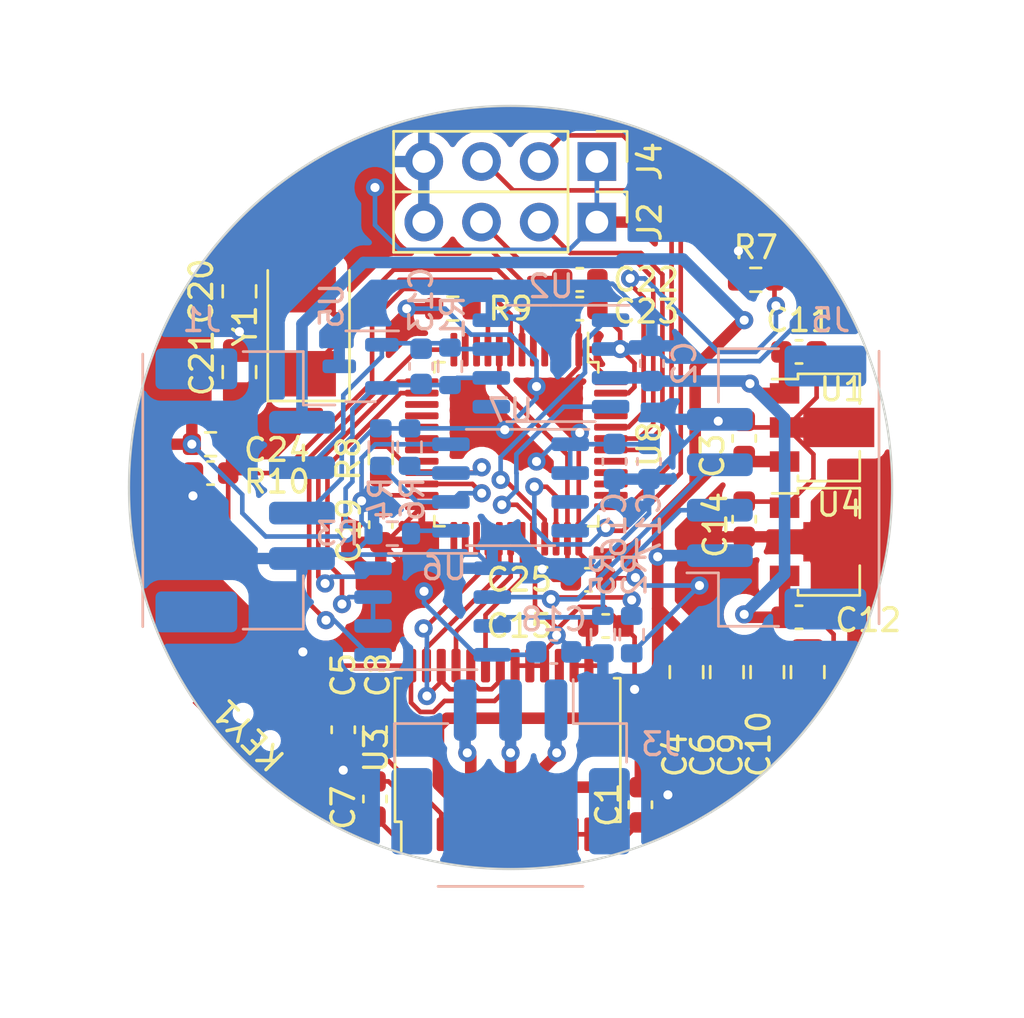
<source format=kicad_pcb>
(kicad_pcb (version 20221018) (generator pcbnew)

  (general
    (thickness 1.6)
  )

  (paper "A4")
  (layers
    (0 "F.Cu" signal)
    (31 "B.Cu" signal)
    (32 "B.Adhes" user "B.Adhesive")
    (33 "F.Adhes" user "F.Adhesive")
    (34 "B.Paste" user)
    (35 "F.Paste" user)
    (36 "B.SilkS" user "B.Silkscreen")
    (37 "F.SilkS" user "F.Silkscreen")
    (38 "B.Mask" user)
    (39 "F.Mask" user)
    (40 "Dwgs.User" user "User.Drawings")
    (41 "Cmts.User" user "User.Comments")
    (42 "Eco1.User" user "User.Eco1")
    (43 "Eco2.User" user "User.Eco2")
    (44 "Edge.Cuts" user)
    (45 "Margin" user)
    (46 "B.CrtYd" user "B.Courtyard")
    (47 "F.CrtYd" user "F.Courtyard")
    (48 "B.Fab" user)
    (49 "F.Fab" user)
    (50 "User.1" user)
    (51 "User.2" user)
    (52 "User.3" user)
    (53 "User.4" user)
    (54 "User.5" user)
    (55 "User.6" user)
    (56 "User.7" user)
    (57 "User.8" user)
    (58 "User.9" user)
  )

  (setup
    (stackup
      (layer "F.SilkS" (type "Top Silk Screen"))
      (layer "F.Paste" (type "Top Solder Paste"))
      (layer "F.Mask" (type "Top Solder Mask") (thickness 0.01))
      (layer "F.Cu" (type "copper") (thickness 0.035))
      (layer "dielectric 1" (type "core") (thickness 1.51) (material "FR4") (epsilon_r 4.5) (loss_tangent 0.02))
      (layer "B.Cu" (type "copper") (thickness 0.035))
      (layer "B.Mask" (type "Bottom Solder Mask") (thickness 0.01))
      (layer "B.Paste" (type "Bottom Solder Paste"))
      (layer "B.SilkS" (type "Bottom Silk Screen"))
      (copper_finish "None")
      (dielectric_constraints no)
    )
    (pad_to_mask_clearance 0)
    (aux_axis_origin 118.11 114.3)
    (pcbplotparams
      (layerselection 0x00010fc_ffffffff)
      (plot_on_all_layers_selection 0x0000000_00000000)
      (disableapertmacros false)
      (usegerberextensions false)
      (usegerberattributes true)
      (usegerberadvancedattributes true)
      (creategerberjobfile true)
      (dashed_line_dash_ratio 12.000000)
      (dashed_line_gap_ratio 3.000000)
      (svgprecision 4)
      (plotframeref false)
      (viasonmask false)
      (mode 1)
      (useauxorigin false)
      (hpglpennumber 1)
      (hpglpenspeed 20)
      (hpglpendiameter 15.000000)
      (dxfpolygonmode true)
      (dxfimperialunits true)
      (dxfusepcbnewfont true)
      (psnegative false)
      (psa4output false)
      (plotreference true)
      (plotvalue true)
      (plotinvisibletext false)
      (sketchpadsonfab false)
      (subtractmaskfromsilk false)
      (outputformat 1)
      (mirror false)
      (drillshape 0)
      (scaleselection 1)
      (outputdirectory "Gerber")
    )
  )

  (net 0 "")
  (net 1 "GND")
  (net 2 "VCC")
  (net 3 "+5V")
  (net 4 "Net-(U3-CP2)")
  (net 5 "Net-(U3-CP1)")
  (net 6 "Net-(U3-VCP)")
  (net 7 "/CAN_L")
  (net 8 "/CAN_H")
  (net 9 "Net-(U3-RESET)")
  (net 10 "/OSC_IN")
  (net 11 "/OSC_OUT")
  (net 12 "/NRST")
  (net 13 "/RS485_A")
  (net 14 "/RS485_B")
  (net 15 "/USART1_TX")
  (net 16 "/USART1_RX")
  (net 17 "/U")
  (net 18 "/V")
  (net 19 "/W")
  (net 20 "/JLINK_DIO")
  (net 21 "/JLINK_CLK")
  (net 22 "Net-(U7-PGO)")
  (net 23 "/IIC_SDA")
  (net 24 "/IIC_CLK")
  (net 25 "Net-(U8-BOOT0)")
  (net 26 "Net-(U8-PB2)")
  (net 27 "Net-(U8-VDDA)")
  (net 28 "/CAN_TX")
  (net 29 "/CAN_RX")
  (net 30 "unconnected-(U2-VREF-Pad5)")
  (net 31 "unconnected-(U3-FAULT-Pad18)")
  (net 32 "/DRV_EN")
  (net 33 "/PWM3")
  (net 34 "/PWM2")
  (net 35 "/PWM1")
  (net 36 "/USART2_TX")
  (net 37 "/USART2_EN")
  (net 38 "/USART2_RX")
  (net 39 "unconnected-(U7-OUT-Pad3)")
  (net 40 "unconnected-(U8-PC13-Pad2)")
  (net 41 "unconnected-(U8-PC14-Pad3)")
  (net 42 "unconnected-(U8-PC15-Pad4)")
  (net 43 "unconnected-(U8-PA1-Pad11)")
  (net 44 "unconnected-(U8-PA0-Pad10)")
  (net 45 "unconnected-(U8-PA5-Pad15)")
  (net 46 "unconnected-(U8-PA6-Pad16)")
  (net 47 "unconnected-(U8-PA7-Pad17)")
  (net 48 "unconnected-(U8-PB0-Pad18)")
  (net 49 "unconnected-(U8-PB1-Pad19)")
  (net 50 "unconnected-(U8-PB12-Pad25)")
  (net 51 "unconnected-(U8-PB13-Pad26)")
  (net 52 "unconnected-(U8-PB14-Pad27)")
  (net 53 "unconnected-(U8-PA15-Pad38)")
  (net 54 "unconnected-(U8-PB3-Pad39)")
  (net 55 "unconnected-(U8-PB4-Pad40)")
  (net 56 "unconnected-(U8-PB5-Pad41)")
  (net 57 "unconnected-(U8-PB8-Pad45)")
  (net 58 "unconnected-(U8-PB9-Pad46)")
  (net 59 "+3.3V")

  (footprint "Capacitor_SMD:C_0603_1608Metric" (layer "F.Cu") (at 121.539 118.364))

  (footprint "Capacitor_SMD:C_0603_1608Metric" (layer "F.Cu") (at 110.744 124.968 90))

  (footprint "Capacitor_SMD:C_0805_2012Metric" (layer "F.Cu") (at 106.172 109.22 -90))

  (footprint "Capacitor_SMD:C_0805_2012Metric" (layer "F.Cu") (at 129.413 122.428 90))

  (footprint "Capacitor_SMD:C_0603_1608Metric" (layer "F.Cu") (at 112.141 124.968 -90))

  (footprint "Capacitor_SMD:C_0603_1608Metric" (layer "F.Cu") (at 128.397 115.697 -90))

  (footprint "Package_TO_SOT_SMD:SOT-89-3" (layer "F.Cu") (at 132.125 111.657))

  (footprint "Capacitor_SMD:C_0805_2012Metric" (layer "F.Cu") (at 131.191 122.428 90))

  (footprint "Capacitor_SMD:C_0805_2012Metric" (layer "F.Cu") (at 106.172 105.664 90))

  (footprint "Package_SO:TSSOP-28_6.1x9.7mm_P0.65mm" (layer "F.Cu") (at 117.983 125.857 90))

  (footprint "Resistor_SMD:R_0603_1608Metric" (layer "F.Cu") (at 112.395 113.03 90))

  (footprint "MyLib:轻触开关 侧贴" (layer "F.Cu") (at 106.934 124.841 135))

  (footprint "Capacitor_SMD:C_0603_1608Metric" (layer "F.Cu") (at 121.158 106.426 180))

  (footprint "Capacitor_SMD:C_0603_1608Metric" (layer "F.Cu") (at 112.395 115.938 -90))

  (footprint "Resistor_SMD:R_0603_1608Metric" (layer "F.Cu") (at 104.902 112.395 180))

  (footprint "Capacitor_SMD:C_0603_1608Metric" (layer "F.Cu") (at 122.301 120.396 180))

  (footprint "Capacitor_SMD:C_0805_2012Metric" (layer "F.Cu") (at 125.857 122.428 90))

  (footprint "Resistor_SMD:R_0603_1608Metric" (layer "F.Cu") (at 128.905 105.156))

  (footprint "Capacitor_SMD:C_0603_1608Metric" (layer "F.Cu") (at 104.902 113.665))

  (footprint "Resistor_SMD:R_0603_1608Metric" (layer "F.Cu") (at 115.57 106.426 180))

  (footprint "Crystal:Crystal_SMD_5032-2Pin_5.0x3.2mm" (layer "F.Cu") (at 109.22 107.442 90))

  (footprint "Capacitor_SMD:C_0603_1608Metric" (layer "F.Cu") (at 128.397 112.141 -90))

  (footprint "Capacitor_SMD:C_0805_2012Metric" (layer "F.Cu") (at 127.635 122.428 90))

  (footprint "Capacitor_SMD:C_0603_1608Metric" (layer "F.Cu") (at 130.81 108.331 180))

  (footprint "Capacitor_SMD:C_0603_1608Metric" (layer "F.Cu") (at 123.825 128.27 90))

  (footprint "Capacitor_SMD:C_0603_1608Metric" (layer "F.Cu") (at 130.81 120.015 180))

  (footprint "Capacitor_SMD:C_0603_1608Metric" (layer "F.Cu") (at 121.158 105.156 180))

  (footprint "Connector_PinHeader_2.54mm:PinHeader_1x04_P2.54mm_Vertical" (layer "F.Cu") (at 121.91 102.616 -90))

  (footprint "Package_TO_SOT_SMD:SOT-89-3" (layer "F.Cu") (at 132.125 116.691))

  (footprint "Connector_PinHeader_2.54mm:PinHeader_1x04_P2.54mm_Vertical" (layer "F.Cu") (at 121.91 99.949 -90))

  (footprint "Package_QFP:LQFP-48_7x7mm_P0.5mm" (layer "F.Cu") (at 118.364 112.395 -90))

  (footprint "Capacitor_SMD:C_0603_1608Metric" (layer "F.Cu") (at 112.141 128.016 -90))

  (footprint "Resistor_SMD:R_0603_1608Metric" (layer "B.Cu") (at 112.903 116.332 180))

  (footprint "Capacitor_SMD:C_0603_1608Metric" (layer "B.Cu") (at 120.015 121.539 180))

  (footprint "Resistor_SMD:R_0603_1608Metric" (layer "B.Cu") (at 115.443 108.966 90))

  (footprint "Connector_Molex:Molex_CLIK-Mate_502443-0470_1x04-1MP_P2.00mm_Vertical" (layer "B.Cu") (at 129.823 114.3 90))

  (footprint "Resistor_SMD:R_0603_1608Metric" (layer "B.Cu") (at 122.174 120.777 90))

  (footprint "Capacitor_SMD:C_0603_1608Metric" (layer "B.Cu") (at 114.173 108.966 90))

  (footprint "Connector_Molex:Molex_CLIK-Mate_502443-0470_1x04-1MP_P2.00mm_Vertical" (layer "B.Cu") (at 106.426 114.427 -90))

  (footprint "Package_SO:SOP-8_3.9x4.9mm_P1.27mm" (layer "B.Cu") (at 119.888 108.839 180))

  (footprint "Capacitor_SMD:C_0603_1608Metric" (layer "B.Cu") (at 124.333 108.839 90))

  (footprint "Connector_Molex:Molex_CLIK-Mate_502494-0370_1x03-1MP_P2.00mm_Horizontal" (layer "B.Cu") (at 118.11 126.604 180))

  (footprint "Resistor_SMD:R_0603_1608Metric" (layer "B.Cu") (at 112.395 112.522 90))

  (footprint "Resistor_SMD:R_0603_1608Metric" (layer "B.Cu") (at 113.665 112.522 90))

  (footprint "Capacitor_SMD:C_0603_1608Metric" (layer "B.Cu") (at 122.682 113.157 90))

  (footprint "Package_SO:SOP-8_3.9x4.9mm_P1.27mm" (layer "B.Cu") (at 118.11 114.3 180))

  (footprint "Package_TO_SOT_SMD:SOT-23" (layer "B.Cu") (at 111.506 108.966 180))

  (footprint "Resistor_SMD:R_0603_1608Metric" (layer "B.Cu")
    (tstamp f407370d-475a-4b02-ac8c-45846e3d57eb)
    (at 123.444 120.777 -90)
    (descr "Resistor SMD 0603 (1608 Metric), square (rectangular) end terminal, IPC_7351 nominal, (Body size source: IPC-SM-782 page 72, https://www.pcb-3d.com/wordpress/wp-content/uploads/ipc-sm-782a_amendment_1_and_2.pdf), generated with kicad-footprint-generator")
    (tags "resistor")
    (property "Sheetfile" "stm32_foc.kicad_sch")
    (property "Sheetname" "")
    (property "ki_description" "Resistor")
    (property "ki_keywords" "R res resistor")
    (path "/b8d822e7-8834-4fbd-a96d-523ae8447f3d")
    (attr smd)
    (fp_text reference "R2" (at -2.667 -0.127 90) (layer "B.SilkS")
        (effects (font (size 1 1) (thickness 0.15)) (justify mirror))
      (tstamp 14475c34-c0b6-4799-8458-54c3d5c8ae06)
    )
    (fp_text value "10K" (at 0 -1.43 90) (layer "B.Fab")
        (effects (font (size 1 1) (thickness 0.15)) (justify mirror))
      (tstamp a2bc5675-18ca-499b-989b-783e12170781)
    )
    (fp_text user "${REFERENCE}" (at 0 0 90) (layer "B.Fab")
        (effects (font (size 0.4 0.4) (thickness 0.06)) (justify mirror))
      (tstamp a14ad41e-9b1f-43dc-9401-8d4b7b78bc7a)
    )
    (fp_line (start -0.237258 -0.5225) (end 0.237258 -0.5225)
      (stroke (width 0.12) (type solid)) (layer "B.SilkS") (tstamp 64e17d6f-cbbf-4d89-8167-2848bc9a807c))
    (fp_line (start -0.237258 0.5
... [220680 chars truncated]
</source>
